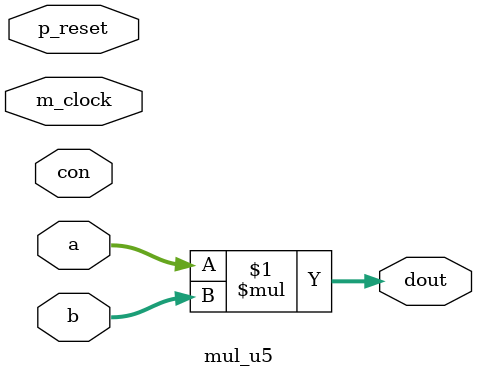
<source format=v>

module mul_u5 (
	p_reset, m_clock, a, b,
	dout, con
);
	input p_reset, m_clock;
	input [4:0] a, b;
	output [9:0] dout;
	input con;

	// -> Èµ 5x5=10 rbgæZ
	assign dout = a * b;

endmodule

</source>
